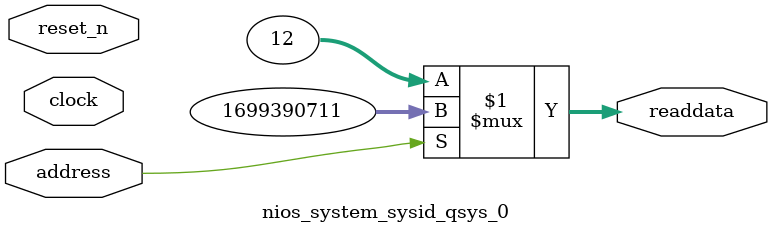
<source format=v>



// synthesis translate_off
`timescale 1ns / 1ps
// synthesis translate_on

// turn off superfluous verilog processor warnings 
// altera message_level Level1 
// altera message_off 10034 10035 10036 10037 10230 10240 10030 

module nios_system_sysid_qsys_0 (
               // inputs:
                address,
                clock,
                reset_n,

               // outputs:
                readdata
             )
;

  output  [ 31: 0] readdata;
  input            address;
  input            clock;
  input            reset_n;

  wire    [ 31: 0] readdata;
  //control_slave, which is an e_avalon_slave
  assign readdata = address ? 1699390711 : 12;

endmodule



</source>
